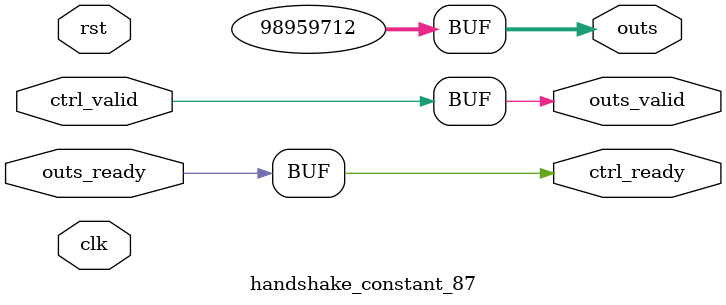
<source format=v>
`timescale 1ns / 1ps
module handshake_constant_87 #(
  parameter DATA_WIDTH = 32  // Default set to 32 bits
) (
  input                       clk,
  input                       rst,
  // Input Channel
  input                       ctrl_valid,
  output                      ctrl_ready,
  // Output Channel
  output [DATA_WIDTH - 1 : 0] outs,
  output                      outs_valid,
  input                       outs_ready
);
  assign outs       = 27'b101111001100000000101100000;
  assign outs_valid = ctrl_valid;
  assign ctrl_ready = outs_ready;

endmodule

</source>
